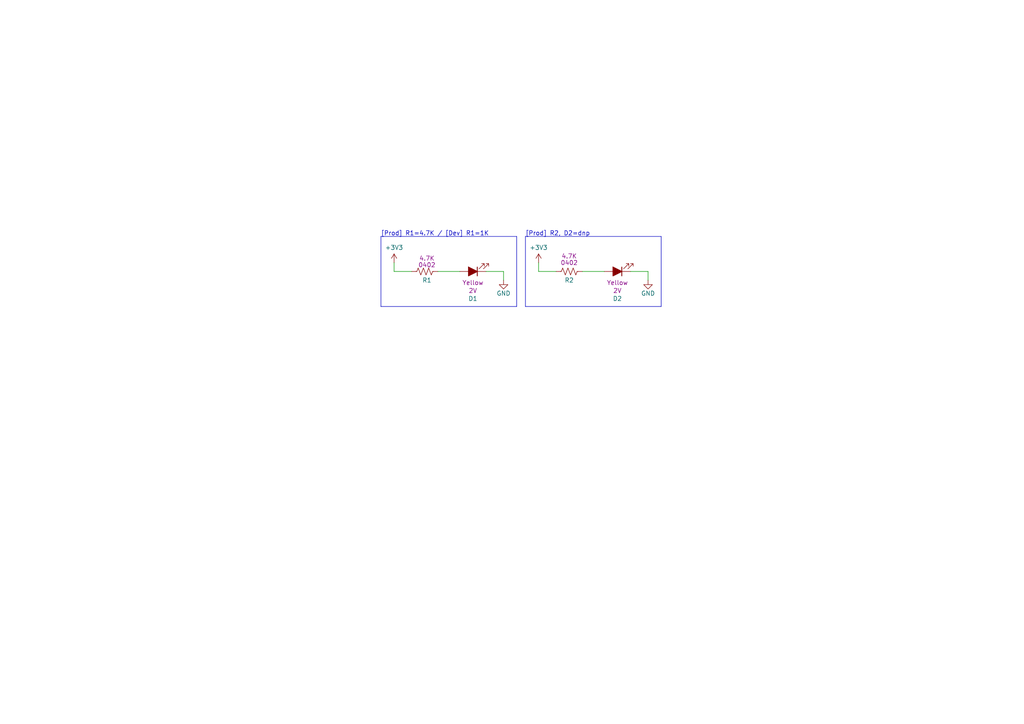
<source format=kicad_sch>
(kicad_sch (version 20250114) (generator "eeschema") (generator_version "9.0")
  (paper "A4")
  (lib_symbols
    (symbol "Device:LED_ALT" (pin_numbers (hide yes)) (pin_names (offset 1.016) (hide yes))
      (property "Reference" "D" (at 0 2.54 0))
      (property "Value" "LED_ALT" (at 0 -2.54 0))
      (symbol "LED_ALT_0_1"
        (polyline (pts (xy -3.048 -0.762) (xy -4.572 -2.286) (xy -3.81 -2.286) (xy -4.572 -2.286) (xy -4.572 -1.524)))
        (polyline (pts (xy -1.778 -0.762) (xy -3.302 -2.286) (xy -2.54 -2.286) (xy -3.302 -2.286) (xy -3.302 -1.524)))
        (polyline (pts (xy -1.27 0) (xy 1.27 0)))
        (polyline (pts (xy -1.27 -1.27) (xy -1.27 1.27)) (stroke (width 0.254)))
        (polyline (pts (xy 1.27 -1.27) (xy 1.27 1.27) (xy -1.27 0) (xy 1.27 -1.27)) (stroke (width 0.254)) (fill (type outline)))
      )
      (symbol "LED_ALT_1_1"
        (pin passive line (at -3.81 0 0) (length 2.54) (name "K") (number "1"))
        (pin passive line (at 3.81 0 180) (length 2.54) (name "A") (number "2"))
      )
    )
    (symbol "Device:R_US" (pin_numbers (hide yes)) (pin_names (offset 0))
      (property "Reference" "R" (at 2.54 0 90))
      (property "Value" "R_US" (at -2.54 0 90))
      (symbol "R_US_0_1"
        (polyline (pts (xy 0 2.286) (xy 0 2.54)))
        (polyline (pts (xy 0 2.286) (xy 1.016 1.905) (xy 0 1.524) (xy -1.016 1.143) (xy 0 0.762)))
        (polyline (pts (xy 0 0.762) (xy 1.016 0.381) (xy 0 0) (xy -1.016 -0.381) (xy 0 -0.762)))
        (polyline (pts (xy 0 -0.762) (xy 1.016 -1.143) (xy 0 -1.524) (xy -1.016 -1.905) (xy 0 -2.286)))
        (polyline (pts (xy 0 -2.286) (xy 0 -2.54)))
      )
      (symbol "R_US_1_1"
        (pin passive line (at 0 3.81 270) (length 1.27) (name "~") (number "1"))
        (pin passive line (at 0 -3.81 90) (length 1.27) (name "~") (number "2"))
      )
    )
    (symbol "power:+3.3V" (power) (pin_names (offset 0))
      (property "Value" "+3.3V" (at 0 3.556 0))
      (symbol "+3.3V_0_1"
        (polyline (pts (xy -0.762 1.27) (xy 0 2.54)))
        (polyline (pts (xy 0 2.54) (xy 0.762 1.27)))
        (polyline (pts (xy 0 0) (xy 0 2.54)))
      )
      (symbol "+3.3V_1_1"
        (pin power_in line (at 0 0 90) (length 0) (hide yes) (name "+3V3") (number "1"))
      )
    )
    (symbol "power:GND" (power) (pin_names (offset 0))
      (property "Value" "GND" (at 0 -3.81 0))
      (symbol "GND_0_1"
        (polyline (pts (xy 0 0) (xy 0 -1.27) (xy 1.27 -1.27) (xy 0 -2.54) (xy -1.27 -1.27) (xy 0 -1.27)))
      )
      (symbol "GND_1_1"
        (pin power_in line (at 0 0 270) (length 0) (hide yes) (name "GND") (number "1"))
      )
    )
  )
  (text "[Prod] R2, D2=dnp" (at 152.4 68.58 0) (effects (font (size 1.27 1.27)) (justify left bottom)))
  (text "[Prod] R1=4.7K / [Dev] R1=1K" (at 110.49 68.58 0) (effects (font (size 1.27 1.27)) (justify left bottom)))
  (polyline (pts (xy 152.4 88.9) (xy 152.4 68.58)))
  (wire (pts (xy 114.3 78.74) (xy 119.38 78.74)))
  (wire (pts (xy 168.91 78.74) (xy 175.26 78.74)))
  (wire (pts (xy 156.21 78.74) (xy 161.29 78.74)))
  (wire (pts (xy 187.96 78.74) (xy 187.96 81.28)))
  (polyline (pts (xy 110.49 68.58) (xy 149.86 68.58)))
  (wire (pts (xy 146.05 78.74) (xy 146.05 81.28)))
  (polyline (pts (xy 191.77 68.58) (xy 191.77 88.9)))
  (wire (pts (xy 114.3 76.2) (xy 114.3 78.74)))
  (wire (pts (xy 182.88 78.74) (xy 187.96 78.74)))
  (polyline (pts (xy 149.86 68.58) (xy 149.86 88.9)))
  (polyline (pts (xy 152.4 68.58) (xy 191.77 68.58)))
  (wire (pts (xy 140.97 78.74) (xy 146.05 78.74)))
  (wire (pts (xy 156.21 76.2) (xy 156.21 78.74)))
  (polyline (pts (xy 191.77 88.9) (xy 152.4 88.9)))
  (polyline (pts (xy 149.86 88.9) (xy 110.49 88.9)))
  (wire (pts (xy 127 78.74) (xy 133.35 78.74)))
  (polyline (pts (xy 110.49 88.9) (xy 110.49 68.58)))
  (symbol (lib_id "Device:R_US") (at 123.19 78.74 270) (unit 1)
    (property "Reference" "R1" (at 123.825 81.28 90))
    (property "Value" "RES-000007-00" (effects (hide yes)))
    (property "Footprint" "Resistors:R0402" (effects (hide yes)))
    (property "Manufacturer" "Stackpole Electronics Inc" (effects (hide yes)))
    (property "Manufacturer Part Number" "RMCF0402FT4K70" (effects (hide yes)))
    (property "Resistance (Ohms)" "4.7K" (at 123.825 74.93 90))
    (property "Tolerance (%)" "±1%" (effects (hide yes)))
    (property "Package Type" "0402" (at 123.825 76.835 90))
    (property "Power (Watts)" "1/16W" (effects (hide yes)))
    (property "kicost.DEV:Value" "RES-000045-00" (effects (hide yes)))
    (property "kicost.DEV:Manufacturer" "Yageo" (effects (hide yes)))
    (property "kicost.DEV:Manufacturer Part Number" "RC0402FR-071KL" (effects (hide yes)))
    (property "kicost.DEV:Description" "RES SMD 1K OHM 1% 1/16W 0402" (effects (hide yes)))
  )
  (symbol (lib_id "Device:LED_ALT") (at 137.16 78.74 180) (unit 1)
    (property "Reference" "D1" (at 137.16 86.614 0))
    (property "Value" "DIO-000062-00" (effects (hide yes)))
    (property "Footprint" "Diodes:LED0603-YELLOW" (effects (hide yes)))
    (property "Manufacturer" "Würth Elektronik" (effects (hide yes)))
    (property "Manufacturer Part Number" "150060YS75000" (effects (hide yes)))
    (property "Part Number" "150060YS75000" (effects (hide yes)))
    (property "Forward Voltage (Volt)" "2V" (at 137.16 84.3026 0))
    (property "LED Color" "Yellow" (at 137.16 81.9912 0))
  )
  (symbol (lib_id "power:+3.3V") (at 114.3 76.2 0) (unit 1)
    (property "Reference" "#PWR0101" (effects (hide yes)))
    (property "Value" "+3V3" (at 114.3 71.8058 0))
  )
  (symbol (lib_id "power:GND") (at 146.05 81.28 0) (unit 1)
    (property "Reference" "#PWR0102" (effects (hide yes)))
    (property "Value" "GND" (at 146.05 85.09 0))
  )
  (symbol (lib_id "Device:R_US") (at 165.1 78.74 270) (unit 1)
    (property "Reference" "R2" (at 165.1 81.28 90))
    (property "Value" "RES-000007-00" (effects (hide yes)))
    (property "Footprint" "Resistors:R0402" (effects (hide yes)))
    (property "Manufacturer" "Stackpole Electronics Inc" (effects (hide yes)))
    (property "Manufacturer Part Number" "RMCF0402FT4K70" (effects (hide yes)))
    (property "Resistance (Ohms)" "4.7K" (at 165.1 74.295 90))
    (property "Tolerance (%)" "±1%" (effects (hide yes)))
    (property "Package Type" "0402" (at 165.1 76.2 90))
    (property "Power (Watts)" "1/16W" (effects (hide yes)))
    (property "kicost.PROD" "dnp" (effects (hide yes)))
  )
  (symbol (lib_id "Device:LED_ALT") (at 179.07 78.74 180) (unit 1)
    (property "Reference" "D2" (at 179.07 86.614 0))
    (property "Value" "DIO-000062-00" (effects (hide yes)))
    (property "Footprint" "Diodes:LED0603-YELLOW" (effects (hide yes)))
    (property "Manufacturer" "Würth Elektronik" (effects (hide yes)))
    (property "Manufacturer Part Number" "150060YS75000" (effects (hide yes)))
    (property "Part Number" "150060YS75000" (effects (hide yes)))
    (property "Forward Voltage (Volt)" "2V" (at 179.07 84.3026 0))
    (property "LED Color" "Yellow" (at 179.07 81.9912 0))
    (property "kicost.PROD" "dnp" (effects (hide yes)))
  )
  (symbol (lib_id "power:+3.3V") (at 156.21 76.2 0) (unit 1)
    (property "Reference" "#PWR0103" (effects (hide yes)))
    (property "Value" "+3V3" (at 156.21 71.8058 0))
  )
  (symbol (lib_id "power:GND") (at 187.96 81.28 0) (unit 1)
    (property "Reference" "#PWR0104" (effects (hide yes)))
    (property "Value" "GND" (at 187.96 85.09 0))
  )
)
</source>
